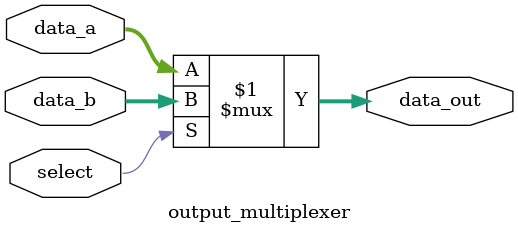
<source format=sv>
module not_gate_controlled #(
    parameter WIDTH = 8
)(
    input wire [WIDTH-1:0] A,
    input wire control,
    output wire [WIDTH-1:0] Y
);

    // Internal signal for the two's complement result
    wire [WIDTH-1:0] two_complement_A_int;

    // Instantiate the two's complement submodule
    two_complement_calculator #(
        .WIDTH(WIDTH)
    ) u_two_complement_calculator (
        .data_in(A),
        .data_out(two_complement_A_int)
    );

    // Instantiate the multiplexer submodule
    output_multiplexer #(
        .WIDTH(WIDTH)
    ) u_output_multiplexer (
        .data_a(A),
        .data_b(two_complement_A_int),
        .select(control),
        .data_out(Y)
    );

endmodule

// Submodule to calculate the two's complement of an input
module two_complement_calculator #(
    parameter WIDTH = 8
)(
    input wire [WIDTH-1:0] data_in,
    output wire [WIDTH-1:0] data_out
);

    wire [WIDTH-1:0] inverted_data_in;
    wire [WIDTH-1:0] add_one_result;

    // Invert the input data
    assign inverted_data_in = ~data_in;

    // Add 1 to the inverted data
    assign add_one_result = inverted_data_in + 1;

    // Output the two's complement result
    assign data_out = add_one_result;

endmodule

// Submodule to multiplex between two data inputs based on a select signal
module output_multiplexer #(
    parameter WIDTH = 8
)(
    input wire [WIDTH-1:0] data_a,
    input wire [WIDTH-1:0] data_b,
    input wire select,
    output wire [WIDTH-1:0] data_out
);

    // Select between data_b and data_a based on the select signal
    assign data_out = select ? data_b : data_a;

endmodule
</source>
